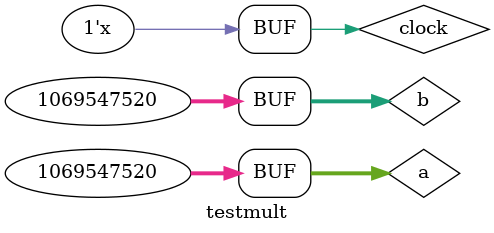
<source format=v>
`timescale 1ns/1ns

module addexp(ea, eb, er);
    input [7 : 0] ea, eb;
    output [7 : 0] er;
    
    assign er = ea + eb - 127;
endmodule

module calcsemn(s1, s2, s);
    input s1, s2;
    output s;
    assign s = s1 ^ s2;
endmodule

module normalise(mantisa, exponent, clk, reset, nmantisa, nexponent);
   input [7 : 0] exponent;
   input [47 : 0] mantisa;
   input reset, clk;
   output [7 : 0] nexponent;
   output [47 : 0] nmantisa;
   reg [7 : 0] nexponent;
   reg [47 : 0] nmantisa;
   
   always @(posedge reset) begin
       nexponent = exponent;
       nmantisa = mantisa;
   end
   
   always @(posedge clk) begin
      if ((nmantisa != 0) && (nexponent != 0) && (nmantisa[45] == 0)) begin
         nmantisa = nmantisa << 1;
         nexponent = nexponent - 1;
      end
   end
endmodule
   

module divceas(clkin, clk1, clk2, clk3);
    input clkin;
    output clk1, clk2, clk3;
    reg clk1, clk2, clk3;
    reg [7 : 0] count;
    
    initial begin
        count = 0;
    end
    
    always @(clkin) begin
        count = count + 1;
        clk1 = (count == 5)?1:0;
        clk2 = (count == 3)?1:0;
        clk3 = (count == 1)?1:0;
        count = count % 154;
    end
endmodule

module mantisareg(in1, out1, load);
    input [22 : 0] in1;
    input load;
    output [22 : 0] out1;
    reg [22 : 0] out1;
    always @(posedge load) begin
        out1 = in1;
    end
endmodule

module exponentreg(in1, out1, load);
    input [7 : 0] in1;
    input load;
    output [7 : 0] out1;
    reg [7 : 0] out1;
    always @(posedge load) begin
        out1 = in1;
    end
endmodule

module semnreg(in1, out1, load);
    input in1;
    input load;
    output out1;
    reg out1;
    always @(posedge load) begin
        out1 = in1;
    end
endmodule

module prodmantisareg(in1, out1, load);
    input [47 : 0] in1;
    input load;
    output [47 : 0] out1;
    reg [47 : 0] out1;
    always @(posedge load) begin
        out1 = in1;
    end
endmodule


module floatmult(a, b, rez, clk);
    input [31 : 0] a, b;
    output [31 : 0] rez;
    input clk;
    wire [22 : 0] am, bm, q; //mantise
    wire [47 : 0] m, n, qq;
    wire [7 : 0] ae, be, p, r, t; // exponenti
    wire as, bs, rs; //semne
    wire clk1, clk2, clk3; // 3 ceasuri
    
    assign q = qq[47 : 23];
    semnreg 
       S1(a[31], as, clk1),
       S2(b[31], bs, clk1),
       SREZ(rs, rez[31], clk3);
       
    exponentreg
       E1(a[30:23], ae, clk1),
       E2(b[30:23], be, clk1),
       E(p, r, clk2),
       EREZ(t, rez[30:23], clk3); 
       
    mantisareg
       M1(a[22:0], am, clk1),
       M2(b[22:0], bm, clk1),
       //M(m[45 : 23], n[45 : 23], clk2),
       //MM(m[22 : 0], n[22 : 0], clk2),
       MREZ(q, rez[22:0], clk3);
       
    prodmantisareg
       M(m, n, clk2);
       
    calcsemn CS(as, bs, rs);
    addexp CE(ae, be, p);
    booth CM(m, {1'b0, am}, {1'b0,bm}, clk1, clk);
    normalise NM(n, r, clk, clk2, qq, t); 
    divceas DC(clk, clk1, clk2, clk3);    
endmodule

module testmult();
    reg [31 : 0] a, b;
    reg clock;
    wire [31 : 0] prod;
    
    always begin
        #1 clock = !clock;
    end
    
    initial begin
        clock <= 0;
        a <= {1'b0, 8'd127, 1'b1, 22'd0};
        b <= {1'b0, 8'd127, 2'b11, 21'd0};
        #154 
        a <= {1'b0, 8'd127, 1'b1, 22'd0};
        b <= {1'b0, 8'd127, 1'b1, 22'd0};

    end
    
    floatmult m(a, b, prod, clock);    
endmodule
</source>
